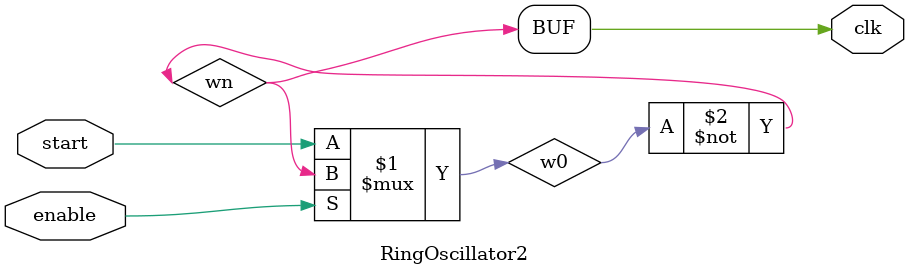
<source format=v>
module RingOscillator2 #(parameter n = 5)(input start, input enable, output clk);
	wire w0, wn;
	assign w0 = enable ? wn : start;
	assign clk = wn;
	not #(10*n) invg(wn, w0);
endmodule

</source>
